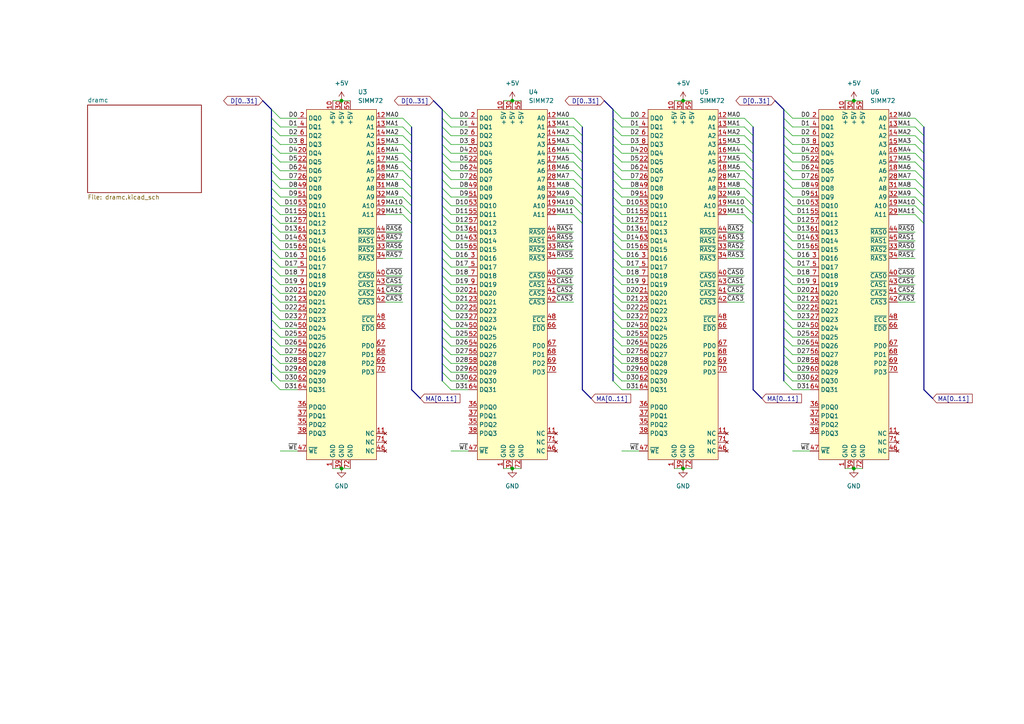
<source format=kicad_sch>
(kicad_sch (version 20231120) (generator "eeschema") (generator_version "8.0")
  (paper "A4")
  (lib_symbols
    (symbol "m68k-hbc-conn:SIMM72"
      (property "Reference" "U" (at 5.08 40.64 0))
      (property "Value" "SIMM72" (at 10.16 38.1 0))
      (symbol "SIMM72_1_1"
        (rectangle (start -10.16 36.83) (end 10.16 -64.77) (fill (type background)))
        (pin power_in line (at -2.54 -67.31 90) (length 2.54) (name "GND") (number "1"))
        (pin power_in line (at -2.54 39.37 270) (length 2.54) (name "+5V") (number "10"))
        (pin no_connect line (at 12.7 -57.15 180) (length 2.54) (name "NC") (number "11"))
        (pin input line (at 12.7 34.29 180) (length 2.54) (name "A0") (number "12"))
        (pin input line (at 12.7 31.75 180) (length 2.54) (name "A1") (number "13"))
        (pin input line (at 12.7 29.21 180) (length 2.54) (name "A2") (number "14"))
        (pin input line (at 12.7 26.67 180) (length 2.54) (name "A3") (number "15"))
        (pin input line (at 12.7 24.13 180) (length 2.54) (name "A4") (number "16"))
        (pin input line (at 12.7 21.59 180) (length 2.54) (name "A5") (number "17"))
        (pin input line (at 12.7 19.05 180) (length 2.54) (name "A6") (number "18"))
        (pin input line (at 12.7 8.89 180) (length 2.54) (name "A10") (number "19"))
        (pin bidirectional line (at -12.7 34.29 0) (length 2.54) (name "DQ0") (number "2"))
        (pin bidirectional line (at -12.7 24.13 0) (length 2.54) (name "DQ4") (number "20"))
        (pin bidirectional line (at -12.7 -16.51 0) (length 2.54) (name "DQ20") (number "21"))
        (pin bidirectional line (at -12.7 21.59 0) (length 2.54) (name "DQ5") (number "22"))
        (pin bidirectional line (at -12.7 -19.05 0) (length 2.54) (name "DQ21") (number "23"))
        (pin bidirectional line (at -12.7 19.05 0) (length 2.54) (name "DQ6") (number "24"))
        (pin bidirectional line (at -12.7 -21.59 0) (length 2.54) (name "DQ22") (number "25"))
        (pin bidirectional line (at -12.7 16.51 0) (length 2.54) (name "DQ7") (number "26"))
        (pin bidirectional line (at -12.7 -24.13 0) (length 2.54) (name "DQ23") (number "27"))
        (pin input line (at 12.7 16.51 180) (length 2.54) (name "A7") (number "28"))
        (pin input line (at 12.7 6.35 180) (length 2.54) (name "A11") (number "29"))
        (pin bidirectional line (at -12.7 -6.35 0) (length 2.54) (name "DQ16") (number "3"))
        (pin power_in line (at 0 39.37 270) (length 2.54) (name "+5V") (number "30"))
        (pin input line (at 12.7 13.97 180) (length 2.54) (name "A8") (number "31"))
        (pin input line (at 12.7 11.43 180) (length 2.54) (name "A9") (number "32"))
        (pin input line (at 12.7 -3.81 180) (length 2.54) (name "~{RAS2}") (number "33"))
        (pin input line (at 12.7 -6.35 180) (length 2.54) (name "~{RAS3}") (number "34"))
        (pin bidirectional line (at -12.7 -54.61 0) (length 2.54) (name "PDQ2") (number "35"))
        (pin bidirectional line (at -12.7 -49.53 0) (length 2.54) (name "PDQ0") (number "36"))
        (pin bidirectional line (at -12.7 -52.07 0) (length 2.54) (name "PDQ1") (number "37"))
        (pin bidirectional line (at -12.7 -57.15 0) (length 2.54) (name "PDQ3") (number "38"))
        (pin power_in line (at 0 -67.31 90) (length 2.54) (name "GND") (number "39"))
        (pin bidirectional line (at -12.7 31.75 0) (length 2.54) (name "DQ1") (number "4"))
        (pin input line (at 12.7 -11.43 180) (length 2.54) (name "~{CAS0}") (number "40"))
        (pin input line (at 12.7 -16.51 180) (length 2.54) (name "~{CAS2}") (number "41"))
        (pin input line (at 12.7 -19.05 180) (length 2.54) (name "~{CAS3}") (number "42"))
        (pin input line (at 12.7 -13.97 180) (length 2.54) (name "~{CAS1}") (number "43"))
        (pin input line (at 12.7 1.27 180) (length 2.54) (name "~{RAS0}") (number "44"))
        (pin input line (at 12.7 -1.27 180) (length 2.54) (name "~{RAS1}") (number "45"))
        (pin no_connect line (at 12.7 -62.23 180) (length 2.54) (name "NC") (number "46"))
        (pin input line (at -12.7 -62.23 0) (length 2.54) (name "~{WE}") (number "47"))
        (pin output line (at 12.7 -24.13 180) (length 2.54) (name "~{ECC}") (number "48"))
        (pin bidirectional line (at -12.7 13.97 0) (length 2.54) (name "DQ8") (number "49"))
        (pin bidirectional line (at -12.7 -8.89 0) (length 2.54) (name "DQ17") (number "5"))
        (pin bidirectional line (at -12.7 -26.67 0) (length 2.54) (name "DQ24") (number "50"))
        (pin bidirectional line (at -12.7 11.43 0) (length 2.54) (name "DQ9") (number "51"))
        (pin bidirectional line (at -12.7 -29.21 0) (length 2.54) (name "DQ25") (number "52"))
        (pin bidirectional line (at -12.7 8.89 0) (length 2.54) (name "DQ10") (number "53"))
        (pin bidirectional line (at -12.7 -31.75 0) (length 2.54) (name "DQ26") (number "54"))
        (pin bidirectional line (at -12.7 6.35 0) (length 2.54) (name "DQ11") (number "55"))
        (pin bidirectional line (at -12.7 -34.29 0) (length 2.54) (name "DQ27") (number "56"))
        (pin bidirectional line (at -12.7 3.81 0) (length 2.54) (name "DQ12") (number "57"))
        (pin bidirectional line (at -12.7 -36.83 0) (length 2.54) (name "DQ28") (number "58"))
        (pin power_in line (at 2.54 39.37 270) (length 2.54) (name "+5V") (number "59"))
        (pin bidirectional line (at -12.7 29.21 0) (length 2.54) (name "DQ2") (number "6"))
        (pin bidirectional line (at -12.7 -39.37 0) (length 2.54) (name "DQ29") (number "60"))
        (pin bidirectional line (at -12.7 1.27 0) (length 2.54) (name "DQ13") (number "61"))
        (pin bidirectional line (at -12.7 -41.91 0) (length 2.54) (name "DQ30") (number "62"))
        (pin bidirectional line (at -12.7 -1.27 0) (length 2.54) (name "DQ14") (number "63"))
        (pin bidirectional line (at -12.7 -44.45 0) (length 2.54) (name "DQ31") (number "64"))
        (pin bidirectional line (at -12.7 -3.81 0) (length 2.54) (name "DQ15") (number "65"))
        (pin output line (at 12.7 -26.67 180) (length 2.54) (name "~{EDO}") (number "66"))
        (pin output line (at 12.7 -31.75 180) (length 2.54) (name "PD0") (number "67"))
        (pin output line (at 12.7 -34.29 180) (length 2.54) (name "PD1") (number "68"))
        (pin output line (at 12.7 -36.83 180) (length 2.54) (name "PD2") (number "69"))
        (pin bidirectional line (at -12.7 -11.43 0) (length 2.54) (name "DQ18") (number "7"))
        (pin output line (at 12.7 -39.37 180) (length 2.54) (name "PD3") (number "70"))
        (pin no_connect line (at 12.7 -59.69 180) (length 2.54) (name "NC") (number "71"))
        (pin power_in line (at 2.54 -67.31 90) (length 2.54) (name "GND") (number "72"))
        (pin bidirectional line (at -12.7 26.67 0) (length 2.54) (name "DQ3") (number "8"))
        (pin bidirectional line (at -12.7 -13.97 0) (length 2.54) (name "DQ19") (number "9"))
      )
    )
    (symbol "power:+5V" (power) (pin_names (offset 0))
      (property "Value" "+5V" (at 0 3.556 0))
      (symbol "+5V_0_1"
        (polyline (pts (xy -0.762 1.27) (xy 0 2.54)))
        (polyline (pts (xy 0 0) (xy 0 2.54)))
        (polyline (pts (xy 0 2.54) (xy 0.762 1.27)))
      )
      (symbol "+5V_1_1"
        (pin power_in line (at 0 0 90) (length 0) hide (name "+5V") (number "1"))
      )
    )
    (symbol "power:GND" (power) (pin_names (offset 0))
      (property "Value" "GND" (at 0 -3.81 0))
      (symbol "GND_0_1"
        (polyline (pts (xy 0 0) (xy 0 -1.27) (xy 1.27 -1.27) (xy 0 -2.54) (xy -1.27 -1.27) (xy 0 -1.27)))
      )
      (symbol "GND_1_1"
        (pin power_in line (at 0 0 270) (length 0) hide (name "GND") (number "1"))
      )
    )
  )
  (junction (at 198.12 135.89))
  (junction (at 99.06 135.89))
  (junction (at 99.06 29.21))
  (junction (at 247.65 29.21))
  (junction (at 198.12 29.21))
  (junction (at 247.65 135.89))
  (junction (at 148.59 29.21))
  (junction (at 148.59 135.89))
  (bus_entry (at 130.81 49.53) (size -2.54 -2.54))
  (bus_entry (at 180.34 72.39) (size -2.54 -2.54))
  (bus_entry (at 81.28 100.33) (size -2.54 -2.54))
  (bus_entry (at 180.34 64.77) (size -2.54 -2.54))
  (bus_entry (at 166.37 57.15) (size 2.54 2.54))
  (bus_entry (at 265.43 49.53) (size 2.54 2.54))
  (bus_entry (at 180.34 80.01) (size -2.54 -2.54))
  (bus_entry (at 180.34 67.31) (size -2.54 -2.54))
  (bus_entry (at 81.28 57.15) (size -2.54 -2.54))
  (bus_entry (at 130.81 34.29) (size -2.54 -2.54))
  (bus_entry (at 166.37 59.69) (size 2.54 2.54))
  (bus_entry (at 215.9 41.91) (size 2.54 2.54))
  (bus_entry (at 130.81 87.63) (size -2.54 -2.54))
  (bus_entry (at 180.34 46.99) (size -2.54 -2.54))
  (bus_entry (at 265.43 54.61) (size 2.54 2.54))
  (bus_entry (at 81.28 87.63) (size -2.54 -2.54))
  (bus_entry (at 116.84 44.45) (size 2.54 2.54))
  (bus_entry (at 229.87 69.85) (size -2.54 -2.54))
  (bus_entry (at 265.43 52.07) (size 2.54 2.54))
  (bus_entry (at 265.43 62.23) (size 2.54 2.54))
  (bus_entry (at 81.28 85.09) (size -2.54 -2.54))
  (bus_entry (at 229.87 49.53) (size -2.54 -2.54))
  (bus_entry (at 265.43 59.69) (size 2.54 2.54))
  (bus_entry (at 229.87 95.25) (size -2.54 -2.54))
  (bus_entry (at 130.81 100.33) (size -2.54 -2.54))
  (bus_entry (at 81.28 39.37) (size -2.54 -2.54))
  (bus_entry (at 229.87 46.99) (size -2.54 -2.54))
  (bus_entry (at 130.81 69.85) (size -2.54 -2.54))
  (bus_entry (at 265.43 39.37) (size 2.54 2.54))
  (bus_entry (at 180.34 102.87) (size -2.54 -2.54))
  (bus_entry (at 229.87 36.83) (size -2.54 -2.54))
  (bus_entry (at 81.28 97.79) (size -2.54 -2.54))
  (bus_entry (at 229.87 62.23) (size -2.54 -2.54))
  (bus_entry (at 166.37 36.83) (size 2.54 2.54))
  (bus_entry (at 81.28 52.07) (size -2.54 -2.54))
  (bus_entry (at 116.84 59.69) (size 2.54 2.54))
  (bus_entry (at 81.28 90.17) (size -2.54 -2.54))
  (bus_entry (at 229.87 87.63) (size -2.54 -2.54))
  (bus_entry (at 116.84 34.29) (size 2.54 2.54))
  (bus_entry (at 81.28 113.03) (size -2.54 -2.54))
  (bus_entry (at 81.28 41.91) (size -2.54 -2.54))
  (bus_entry (at 215.9 62.23) (size 2.54 2.54))
  (bus_entry (at 215.9 59.69) (size 2.54 2.54))
  (bus_entry (at 229.87 54.61) (size -2.54 -2.54))
  (bus_entry (at 130.81 82.55) (size -2.54 -2.54))
  (bus_entry (at 180.34 107.95) (size -2.54 -2.54))
  (bus_entry (at 215.9 34.29) (size 2.54 2.54))
  (bus_entry (at 229.87 77.47) (size -2.54 -2.54))
  (bus_entry (at 229.87 102.87) (size -2.54 -2.54))
  (bus_entry (at 215.9 57.15) (size 2.54 2.54))
  (bus_entry (at 81.28 82.55) (size -2.54 -2.54))
  (bus_entry (at 166.37 34.29) (size 2.54 2.54))
  (bus_entry (at 130.81 64.77) (size -2.54 -2.54))
  (bus_entry (at 130.81 41.91) (size -2.54 -2.54))
  (bus_entry (at 81.28 102.87) (size -2.54 -2.54))
  (bus_entry (at 116.84 52.07) (size 2.54 2.54))
  (bus_entry (at 166.37 44.45) (size 2.54 2.54))
  (bus_entry (at 229.87 85.09) (size -2.54 -2.54))
  (bus_entry (at 180.34 100.33) (size -2.54 -2.54))
  (bus_entry (at 130.81 74.93) (size -2.54 -2.54))
  (bus_entry (at 229.87 90.17) (size -2.54 -2.54))
  (bus_entry (at 81.28 80.01) (size -2.54 -2.54))
  (bus_entry (at 180.34 59.69) (size -2.54 -2.54))
  (bus_entry (at 229.87 110.49) (size -2.54 -2.54))
  (bus_entry (at 229.87 52.07) (size -2.54 -2.54))
  (bus_entry (at 130.81 80.01) (size -2.54 -2.54))
  (bus_entry (at 180.34 82.55) (size -2.54 -2.54))
  (bus_entry (at 180.34 54.61) (size -2.54 -2.54))
  (bus_entry (at 130.81 46.99) (size -2.54 -2.54))
  (bus_entry (at 116.84 39.37) (size 2.54 2.54))
  (bus_entry (at 229.87 64.77) (size -2.54 -2.54))
  (bus_entry (at 180.34 85.09) (size -2.54 -2.54))
  (bus_entry (at 166.37 52.07) (size 2.54 2.54))
  (bus_entry (at 215.9 49.53) (size 2.54 2.54))
  (bus_entry (at 265.43 44.45) (size 2.54 2.54))
  (bus_entry (at 180.34 36.83) (size -2.54 -2.54))
  (bus_entry (at 81.28 49.53) (size -2.54 -2.54))
  (bus_entry (at 180.34 92.71) (size -2.54 -2.54))
  (bus_entry (at 116.84 57.15) (size 2.54 2.54))
  (bus_entry (at 166.37 46.99) (size 2.54 2.54))
  (bus_entry (at 81.28 69.85) (size -2.54 -2.54))
  (bus_entry (at 130.81 92.71) (size -2.54 -2.54))
  (bus_entry (at 229.87 59.69) (size -2.54 -2.54))
  (bus_entry (at 215.9 44.45) (size 2.54 2.54))
  (bus_entry (at 81.28 92.71) (size -2.54 -2.54))
  (bus_entry (at 130.81 105.41) (size -2.54 -2.54))
  (bus_entry (at 81.28 46.99) (size -2.54 -2.54))
  (bus_entry (at 229.87 92.71) (size -2.54 -2.54))
  (bus_entry (at 130.81 90.17) (size -2.54 -2.54))
  (bus_entry (at 229.87 107.95) (size -2.54 -2.54))
  (bus_entry (at 215.9 52.07) (size 2.54 2.54))
  (bus_entry (at 180.34 49.53) (size -2.54 -2.54))
  (bus_entry (at 81.28 107.95) (size -2.54 -2.54))
  (bus_entry (at 265.43 57.15) (size 2.54 2.54))
  (bus_entry (at 265.43 36.83) (size 2.54 2.54))
  (bus_entry (at 180.34 105.41) (size -2.54 -2.54))
  (bus_entry (at 81.28 77.47) (size -2.54 -2.54))
  (bus_entry (at 180.34 62.23) (size -2.54 -2.54))
  (bus_entry (at 229.87 100.33) (size -2.54 -2.54))
  (bus_entry (at 116.84 49.53) (size 2.54 2.54))
  (bus_entry (at 130.81 52.07) (size -2.54 -2.54))
  (bus_entry (at 180.34 69.85) (size -2.54 -2.54))
  (bus_entry (at 229.87 113.03) (size -2.54 -2.54))
  (bus_entry (at 81.28 59.69) (size -2.54 -2.54))
  (bus_entry (at 116.84 36.83) (size 2.54 2.54))
  (bus_entry (at 81.28 62.23) (size -2.54 -2.54))
  (bus_entry (at 130.81 59.69) (size -2.54 -2.54))
  (bus_entry (at 130.81 95.25) (size -2.54 -2.54))
  (bus_entry (at 81.28 74.93) (size -2.54 -2.54))
  (bus_entry (at 130.81 107.95) (size -2.54 -2.54))
  (bus_entry (at 130.81 110.49) (size -2.54 -2.54))
  (bus_entry (at 130.81 44.45) (size -2.54 -2.54))
  (bus_entry (at 130.81 62.23) (size -2.54 -2.54))
  (bus_entry (at 130.81 57.15) (size -2.54 -2.54))
  (bus_entry (at 180.34 95.25) (size -2.54 -2.54))
  (bus_entry (at 215.9 36.83) (size 2.54 2.54))
  (bus_entry (at 229.87 34.29) (size -2.54 -2.54))
  (bus_entry (at 180.34 113.03) (size -2.54 -2.54))
  (bus_entry (at 229.87 39.37) (size -2.54 -2.54))
  (bus_entry (at 215.9 39.37) (size 2.54 2.54))
  (bus_entry (at 130.81 67.31) (size -2.54 -2.54))
  (bus_entry (at 265.43 46.99) (size 2.54 2.54))
  (bus_entry (at 229.87 41.91) (size -2.54 -2.54))
  (bus_entry (at 180.34 74.93) (size -2.54 -2.54))
  (bus_entry (at 116.84 41.91) (size 2.54 2.54))
  (bus_entry (at 130.81 102.87) (size -2.54 -2.54))
  (bus_entry (at 116.84 46.99) (size 2.54 2.54))
  (bus_entry (at 81.28 67.31) (size -2.54 -2.54))
  (bus_entry (at 229.87 74.93) (size -2.54 -2.54))
  (bus_entry (at 166.37 41.91) (size 2.54 2.54))
  (bus_entry (at 81.28 36.83) (size -2.54 -2.54))
  (bus_entry (at 215.9 46.99) (size 2.54 2.54))
  (bus_entry (at 130.81 97.79) (size -2.54 -2.54))
  (bus_entry (at 180.34 44.45) (size -2.54 -2.54))
  (bus_entry (at 166.37 49.53) (size 2.54 2.54))
  (bus_entry (at 81.28 64.77) (size -2.54 -2.54))
  (bus_entry (at 229.87 80.01) (size -2.54 -2.54))
  (bus_entry (at 180.34 77.47) (size -2.54 -2.54))
  (bus_entry (at 130.81 113.03) (size -2.54 -2.54))
  (bus_entry (at 229.87 97.79) (size -2.54 -2.54))
  (bus_entry (at 130.81 85.09) (size -2.54 -2.54))
  (bus_entry (at 229.87 57.15) (size -2.54 -2.54))
  (bus_entry (at 81.28 34.29) (size -2.54 -2.54))
  (bus_entry (at 180.34 57.15) (size -2.54 -2.54))
  (bus_entry (at 215.9 54.61) (size 2.54 2.54))
  (bus_entry (at 265.43 41.91) (size 2.54 2.54))
  (bus_entry (at 229.87 105.41) (size -2.54 -2.54))
  (bus_entry (at 81.28 105.41) (size -2.54 -2.54))
  (bus_entry (at 116.84 54.61) (size 2.54 2.54))
  (bus_entry (at 180.34 52.07) (size -2.54 -2.54))
  (bus_entry (at 180.34 39.37) (size -2.54 -2.54))
  (bus_entry (at 130.81 72.39) (size -2.54 -2.54))
  (bus_entry (at 166.37 62.23) (size 2.54 2.54))
  (bus_entry (at 130.81 36.83) (size -2.54 -2.54))
  (bus_entry (at 180.34 34.29) (size -2.54 -2.54))
  (bus_entry (at 180.34 87.63) (size -2.54 -2.54))
  (bus_entry (at 166.37 54.61) (size 2.54 2.54))
  (bus_entry (at 180.34 97.79) (size -2.54 -2.54))
  (bus_entry (at 180.34 110.49) (size -2.54 -2.54))
  (bus_entry (at 229.87 44.45) (size -2.54 -2.54))
  (bus_entry (at 81.28 110.49) (size -2.54 -2.54))
  (bus_entry (at 229.87 72.39) (size -2.54 -2.54))
  (bus_entry (at 116.84 62.23) (size 2.54 2.54))
  (bus_entry (at 229.87 67.31) (size -2.54 -2.54))
  (bus_entry (at 130.81 39.37) (size -2.54 -2.54))
  (bus_entry (at 81.28 54.61) (size -2.54 -2.54))
  (bus_entry (at 166.37 39.37) (size 2.54 2.54))
  (bus_entry (at 81.28 44.45) (size -2.54 -2.54))
  (bus_entry (at 229.87 82.55) (size -2.54 -2.54))
  (bus_entry (at 81.28 72.39) (size -2.54 -2.54))
  (bus_entry (at 265.43 34.29) (size 2.54 2.54))
  (bus_entry (at 180.34 90.17) (size -2.54 -2.54))
  (bus_entry (at 180.34 41.91) (size -2.54 -2.54))
  (bus_entry (at 130.81 77.47) (size -2.54 -2.54))
  (bus_entry (at 130.81 54.61) (size -2.54 -2.54))
  (bus_entry (at 81.28 95.25) (size -2.54 -2.54))
  (wire (pts (xy 215.9 82.55) (xy 210.82 82.55)))
  (bus (pts (xy 128.27 85.09) (xy 128.27 82.55)))
  (wire (pts (xy 229.87 36.83) (xy 234.95 36.83)))
  (bus (pts (xy 78.74 105.41) (xy 78.74 102.87)))
  (wire (pts (xy 265.43 74.93) (xy 260.35 74.93)))
  (bus (pts (xy 227.33 74.93) (xy 227.33 72.39)))
  (bus (pts (xy 177.8 46.99) (xy 177.8 44.45)))
  (bus (pts (xy 78.74 90.17) (xy 78.74 87.63)))
  (bus (pts (xy 177.8 62.23) (xy 177.8 59.69)))
  (bus (pts (xy 78.74 110.49) (xy 78.74 107.95)))
  (wire (pts (xy 130.81 69.85) (xy 135.89 69.85)))
  (wire (pts (xy 166.37 41.91) (xy 161.29 41.91)))
  (wire (pts (xy 116.84 59.69) (xy 111.76 59.69)))
  (wire (pts (xy 130.81 77.47) (xy 135.89 77.47)))
  (bus (pts (xy 168.91 36.83) (xy 168.91 39.37)))
  (bus (pts (xy 128.27 39.37) (xy 128.27 36.83)))
  (bus (pts (xy 119.38 62.23) (xy 119.38 64.77)))
  (bus (pts (xy 218.44 41.91) (xy 218.44 44.45)))
  (bus (pts (xy 227.33 67.31) (xy 227.33 64.77)))
  (wire (pts (xy 148.59 135.89) (xy 146.05 135.89)))
  (bus (pts (xy 168.91 52.07) (xy 168.91 54.61)))
  (wire (pts (xy 180.34 130.81) (xy 185.42 130.81)))
  (wire (pts (xy 180.34 54.61) (xy 185.42 54.61)))
  (wire (pts (xy 99.06 29.21) (xy 101.6 29.21)))
  (bus (pts (xy 128.27 80.01) (xy 128.27 77.47)))
  (wire (pts (xy 180.34 100.33) (xy 185.42 100.33)))
  (wire (pts (xy 229.87 95.25) (xy 234.95 95.25)))
  (bus (pts (xy 168.91 44.45) (xy 168.91 46.99)))
  (wire (pts (xy 130.81 36.83) (xy 135.89 36.83)))
  (wire (pts (xy 180.34 46.99) (xy 185.42 46.99)))
  (wire (pts (xy 130.81 97.79) (xy 135.89 97.79)))
  (wire (pts (xy 81.28 130.81) (xy 86.36 130.81)))
  (wire (pts (xy 166.37 57.15) (xy 161.29 57.15)))
  (wire (pts (xy 229.87 85.09) (xy 234.95 85.09)))
  (wire (pts (xy 116.84 34.29) (xy 111.76 34.29)))
  (bus (pts (xy 78.74 34.29) (xy 78.74 31.75)))
  (wire (pts (xy 180.34 90.17) (xy 185.42 90.17)))
  (wire (pts (xy 81.28 72.39) (xy 86.36 72.39)))
  (bus (pts (xy 177.8 59.69) (xy 177.8 57.15)))
  (bus (pts (xy 267.97 54.61) (xy 267.97 57.15)))
  (wire (pts (xy 215.9 85.09) (xy 210.82 85.09)))
  (wire (pts (xy 265.43 57.15) (xy 260.35 57.15)))
  (wire (pts (xy 148.59 29.21) (xy 151.13 29.21)))
  (bus (pts (xy 177.8 95.25) (xy 177.8 92.71)))
  (bus (pts (xy 177.8 31.75) (xy 175.26 29.21)))
  (wire (pts (xy 130.81 87.63) (xy 135.89 87.63)))
  (wire (pts (xy 265.43 44.45) (xy 260.35 44.45)))
  (wire (pts (xy 180.34 97.79) (xy 185.42 97.79)))
  (wire (pts (xy 166.37 34.29) (xy 161.29 34.29)))
  (wire (pts (xy 130.81 85.09) (xy 135.89 85.09)))
  (bus (pts (xy 78.74 57.15) (xy 78.74 54.61)))
  (wire (pts (xy 81.28 87.63) (xy 86.36 87.63)))
  (bus (pts (xy 267.97 39.37) (xy 267.97 41.91)))
  (wire (pts (xy 265.43 69.85) (xy 260.35 69.85)))
  (bus (pts (xy 227.33 77.47) (xy 227.33 74.93)))
  (wire (pts (xy 229.87 62.23) (xy 234.95 62.23)))
  (bus (pts (xy 218.44 49.53) (xy 218.44 52.07)))
  (bus (pts (xy 227.33 82.55) (xy 227.33 80.01)))
  (wire (pts (xy 229.87 52.07) (xy 234.95 52.07)))
  (wire (pts (xy 180.34 105.41) (xy 185.42 105.41)))
  (wire (pts (xy 130.81 72.39) (xy 135.89 72.39)))
  (wire (pts (xy 180.34 52.07) (xy 185.42 52.07)))
  (bus (pts (xy 128.27 77.47) (xy 128.27 74.93)))
  (wire (pts (xy 166.37 85.09) (xy 161.29 85.09)))
  (wire (pts (xy 116.84 41.91) (xy 111.76 41.91)))
  (wire (pts (xy 265.43 87.63) (xy 260.35 87.63)))
  (wire (pts (xy 130.81 39.37) (xy 135.89 39.37)))
  (bus (pts (xy 227.33 72.39) (xy 227.33 69.85)))
  (bus (pts (xy 227.33 102.87) (xy 227.33 100.33)))
  (bus (pts (xy 177.8 74.93) (xy 177.8 72.39)))
  (bus (pts (xy 177.8 57.15) (xy 177.8 54.61)))
  (bus (pts (xy 168.91 39.37) (xy 168.91 41.91)))
  (bus (pts (xy 227.33 97.79) (xy 227.33 95.25)))
  (wire (pts (xy 229.87 105.41) (xy 234.95 105.41)))
  (wire (pts (xy 265.43 82.55) (xy 260.35 82.55)))
  (wire (pts (xy 166.37 49.53) (xy 161.29 49.53)))
  (wire (pts (xy 180.34 62.23) (xy 185.42 62.23)))
  (wire (pts (xy 130.81 49.53) (xy 135.89 49.53)))
  (bus (pts (xy 227.33 85.09) (xy 227.33 82.55)))
  (wire (pts (xy 229.87 54.61) (xy 234.95 54.61)))
  (bus (pts (xy 119.38 49.53) (xy 119.38 52.07)))
  (bus (pts (xy 227.33 44.45) (xy 227.33 41.91)))
  (wire (pts (xy 229.87 77.47) (xy 234.95 77.47)))
  (bus (pts (xy 270.51 115.57) (xy 267.97 113.03)))
  (bus (pts (xy 78.74 64.77) (xy 78.74 62.23)))
  (bus (pts (xy 128.27 105.41) (xy 128.27 102.87)))
  (bus (pts (xy 128.27 97.79) (xy 128.27 95.25)))
  (wire (pts (xy 116.84 80.01) (xy 111.76 80.01)))
  (bus (pts (xy 128.27 41.91) (xy 128.27 39.37)))
  (bus (pts (xy 119.38 57.15) (xy 119.38 59.69)))
  (wire (pts (xy 116.84 69.85) (xy 111.76 69.85)))
  (bus (pts (xy 227.33 39.37) (xy 227.33 36.83)))
  (bus (pts (xy 128.27 44.45) (xy 128.27 41.91)))
  (wire (pts (xy 215.9 72.39) (xy 210.82 72.39)))
  (bus (pts (xy 78.74 80.01) (xy 78.74 77.47)))
  (wire (pts (xy 198.12 135.89) (xy 195.58 135.89)))
  (bus (pts (xy 119.38 39.37) (xy 119.38 41.91)))
  (wire (pts (xy 180.34 67.31) (xy 185.42 67.31)))
  (wire (pts (xy 166.37 62.23) (xy 161.29 62.23)))
  (bus (pts (xy 177.8 72.39) (xy 177.8 69.85)))
  (wire (pts (xy 215.9 41.91) (xy 210.82 41.91)))
  (wire (pts (xy 130.81 54.61) (xy 135.89 54.61)))
  (wire (pts (xy 215.9 67.31) (xy 210.82 67.31)))
  (wire (pts (xy 265.43 62.23) (xy 260.35 62.23)))
  (bus (pts (xy 218.44 44.45) (xy 218.44 46.99)))
  (bus (pts (xy 177.8 82.55) (xy 177.8 80.01)))
  (wire (pts (xy 130.81 113.03) (xy 135.89 113.03)))
  (wire (pts (xy 229.87 34.29) (xy 234.95 34.29)))
  (bus (pts (xy 78.74 69.85) (xy 78.74 67.31)))
  (wire (pts (xy 229.87 110.49) (xy 234.95 110.49)))
  (bus (pts (xy 227.33 95.25) (xy 227.33 92.71)))
  (wire (pts (xy 229.87 92.71) (xy 234.95 92.71)))
  (bus (pts (xy 119.38 41.91) (xy 119.38 44.45)))
  (bus (pts (xy 227.33 41.91) (xy 227.33 39.37)))
  (wire (pts (xy 215.9 49.53) (xy 210.82 49.53)))
  (bus (pts (xy 128.27 69.85) (xy 128.27 67.31)))
  (wire (pts (xy 265.43 36.83) (xy 260.35 36.83)))
  (bus (pts (xy 78.74 82.55) (xy 78.74 80.01)))
  (wire (pts (xy 130.81 107.95) (xy 135.89 107.95)))
  (wire (pts (xy 265.43 80.01) (xy 260.35 80.01)))
  (wire (pts (xy 130.81 82.55) (xy 135.89 82.55)))
  (bus (pts (xy 227.33 64.77) (xy 227.33 62.23)))
  (bus (pts (xy 121.92 115.57) (xy 119.38 113.03)))
  (wire (pts (xy 265.43 72.39) (xy 260.35 72.39)))
  (bus (pts (xy 227.33 31.75) (xy 224.79 29.21)))
  (wire (pts (xy 229.87 90.17) (xy 234.95 90.17)))
  (bus (pts (xy 78.74 46.99) (xy 78.74 44.45)))
  (wire (pts (xy 81.28 77.47) (xy 86.36 77.47)))
  (wire (pts (xy 130.81 102.87) (xy 135.89 102.87)))
  (wire (pts (xy 81.28 92.71) (xy 86.36 92.71)))
  (wire (pts (xy 81.28 49.53) (xy 86.36 49.53)))
  (bus (pts (xy 128.27 72.39) (xy 128.27 69.85)))
  (bus (pts (xy 267.97 52.07) (xy 267.97 54.61)))
  (wire (pts (xy 180.34 39.37) (xy 185.42 39.37)))
  (bus (pts (xy 119.38 64.77) (xy 119.38 113.03)))
  (bus (pts (xy 128.27 62.23) (xy 128.27 59.69)))
  (bus (pts (xy 128.27 82.55) (xy 128.27 80.01)))
  (wire (pts (xy 198.12 29.21) (xy 200.66 29.21)))
  (wire (pts (xy 81.28 39.37) (xy 86.36 39.37)))
  (bus (pts (xy 171.45 115.57) (xy 168.91 113.03)))
  (wire (pts (xy 215.9 69.85) (xy 210.82 69.85)))
  (bus (pts (xy 227.33 87.63) (xy 227.33 85.09)))
  (wire (pts (xy 116.84 52.07) (xy 111.76 52.07)))
  (wire (pts (xy 116.84 49.53) (xy 111.76 49.53)))
  (wire (pts (xy 166.37 39.37) (xy 161.29 39.37)))
  (bus (pts (xy 227.33 57.15) (xy 227.33 54.61)))
  (wire (pts (xy 81.28 34.29) (xy 86.36 34.29)))
  (wire (pts (xy 180.34 102.87) (xy 185.42 102.87)))
  (wire (pts (xy 180.34 34.29) (xy 185.42 34.29)))
  (wire (pts (xy 130.81 74.93) (xy 135.89 74.93)))
  (wire (pts (xy 180.34 80.01) (xy 185.42 80.01)))
  (wire (pts (xy 229.87 82.55) (xy 234.95 82.55)))
  (bus (pts (xy 78.74 36.83) (xy 78.74 34.29)))
  (wire (pts (xy 116.84 72.39) (xy 111.76 72.39)))
  (bus (pts (xy 267.97 41.91) (xy 267.97 44.45)))
  (bus (pts (xy 78.74 72.39) (xy 78.74 69.85)))
  (wire (pts (xy 130.81 34.29) (xy 135.89 34.29)))
  (bus (pts (xy 78.74 74.93) (xy 78.74 72.39)))
  (bus (pts (xy 128.27 67.31) (xy 128.27 64.77)))
  (wire (pts (xy 229.87 102.87) (xy 234.95 102.87)))
  (bus (pts (xy 227.33 80.01) (xy 227.33 77.47)))
  (wire (pts (xy 81.28 90.17) (xy 86.36 90.17)))
  (wire (pts (xy 180.34 74.93) (xy 185.42 74.93)))
  (wire (pts (xy 166.37 80.01) (xy 161.29 80.01)))
  (wire (pts (xy 180.34 85.09) (xy 185.42 85.09)))
  (wire (pts (xy 166.37 52.07) (xy 161.29 52.07)))
  (wire (pts (xy 130.81 100.33) (xy 135.89 100.33)))
  (wire (pts (xy 130.81 80.01) (xy 135.89 80.01)))
  (wire (pts (xy 180.34 44.45) (xy 185.42 44.45)))
  (wire (pts (xy 180.34 107.95) (xy 185.42 107.95)))
  (wire (pts (xy 180.34 49.53) (xy 185.42 49.53)))
  (wire (pts (xy 229.87 72.39) (xy 234.95 72.39)))
  (wire (pts (xy 215.9 54.61) (xy 210.82 54.61)))
  (wire (pts (xy 215.9 57.15) (xy 210.82 57.15)))
  (wire (pts (xy 116.84 39.37) (xy 111.76 39.37)))
  (wire (pts (xy 166.37 54.61) (xy 161.29 54.61)))
  (wire (pts (xy 130.81 110.49) (xy 135.89 110.49)))
  (wire (pts (xy 81.28 69.85) (xy 86.36 69.85)))
  (bus (pts (xy 177.8 44.45) (xy 177.8 41.91)))
  (wire (pts (xy 81.28 57.15) (xy 86.36 57.15)))
  (wire (pts (xy 198.12 135.89) (xy 200.66 135.89)))
  (wire (pts (xy 130.81 62.23) (xy 135.89 62.23)))
  (bus (pts (xy 168.91 62.23) (xy 168.91 64.77)))
  (bus (pts (xy 78.74 92.71) (xy 78.74 90.17)))
  (bus (pts (xy 78.74 31.75) (xy 76.2 29.21)))
  (bus (pts (xy 128.27 90.17) (xy 128.27 87.63)))
  (wire (pts (xy 116.84 82.55) (xy 111.76 82.55)))
  (bus (pts (xy 168.91 57.15) (xy 168.91 59.69)))
  (wire (pts (xy 247.65 135.89) (xy 245.11 135.89)))
  (bus (pts (xy 218.44 57.15) (xy 218.44 59.69)))
  (wire (pts (xy 229.87 39.37) (xy 234.95 39.37)))
  (wire (pts (xy 130.81 57.15) (xy 135.89 57.15)))
  (wire (pts (xy 180.34 77.47) (xy 185.42 77.47)))
  (bus (pts (xy 78.74 41.91) (xy 78.74 39.37)))
  (bus (pts (xy 227.33 90.17) (xy 227.33 87.63)))
  (bus (pts (xy 218.44 59.69) (xy 218.44 62.23)))
  (wire (pts (xy 81.28 100.33) (xy 86.36 100.33)))
  (wire (pts (xy 81.28 110.49) (xy 86.36 110.49)))
  (bus (pts (xy 227.33 69.85) (xy 227.33 67.31)))
  (bus (pts (xy 227.33 100.33) (xy 227.33 97.79)))
  (bus (pts (xy 128.27 64.77) (xy 128.27 62.23)))
  (wire (pts (xy 130.81 52.07) (xy 135.89 52.07)))
  (wire (pts (xy 229.87 97.79) (xy 234.95 97.79)))
  (bus (pts (xy 78.74 39.37) (xy 78.74 36.83)))
  (bus (pts (xy 218.44 46.99) (xy 218.44 49.53)))
  (bus (pts (xy 177.8 77.47) (xy 177.8 74.93)))
  (wire (pts (xy 148.59 135.89) (xy 151.13 135.89)))
  (wire (pts (xy 180.34 69.85) (xy 185.42 69.85)))
  (wire (pts (xy 81.28 36.83) (xy 86.36 36.83)))
  (wire (pts (xy 215.9 59.69) (xy 210.82 59.69)))
  (wire (pts (xy 180.34 59.69) (xy 185.42 59.69)))
  (bus (pts (xy 128.27 34.29) (xy 128.27 31.75)))
  (bus (pts (xy 78.74 102.87) (xy 78.74 100.33)))
  (wire (pts (xy 166.37 69.85) (xy 161.29 69.85)))
  (wire (pts (xy 180.34 113.03) (xy 185.42 113.03)))
  (wire (pts (xy 245.11 29.21) (xy 247.65 29.21)))
  (bus (pts (xy 168.91 54.61) (xy 168.91 57.15)))
  (wire (pts (xy 116.84 36.83) (xy 111.76 36.83)))
  (wire (pts (xy 116.84 87.63) (xy 111.76 87.63)))
  (bus (pts (xy 78.74 107.95) (xy 78.74 105.41)))
  (bus (pts (xy 227.33 52.07) (xy 227.33 49.53)))
  (wire (pts (xy 229.87 130.81) (xy 234.95 130.81)))
  (wire (pts (xy 99.06 135.89) (xy 96.52 135.89)))
  (bus (pts (xy 227.33 105.41) (xy 227.33 102.87)))
  (bus (pts (xy 267.97 36.83) (xy 267.97 39.37)))
  (bus (pts (xy 227.33 92.71) (xy 227.33 90.17)))
  (wire (pts (xy 130.81 64.77) (xy 135.89 64.77)))
  (wire (pts (xy 81.28 85.09) (xy 86.36 85.09)))
  (wire (pts (xy 166.37 82.55) (xy 161.29 82.55)))
  (wire (pts (xy 215.9 39.37) (xy 210.82 39.37)))
  (bus (pts (xy 119.38 36.83) (xy 119.38 39.37)))
  (wire (pts (xy 265.43 59.69) (xy 260.35 59.69)))
  (bus (pts (xy 267.97 64.77) (xy 267.97 113.03)))
  (wire (pts (xy 265.43 41.91) (xy 260.35 41.91)))
  (wire (pts (xy 180.34 72.39) (xy 185.42 72.39)))
  (bus (pts (xy 267.97 59.69) (xy 267.97 62.23)))
  (wire (pts (xy 215.9 44.45) (xy 210.82 44.45)))
  (bus (pts (xy 177.8 102.87) (xy 177.8 100.33)))
  (bus (pts (xy 78.74 87.63) (xy 78.74 85.09)))
  (wire (pts (xy 247.65 135.89) (xy 250.19 135.89)))
  (wire (pts (xy 215.9 80.01) (xy 210.82 80.01)))
  (wire (pts (xy 130.81 59.69) (xy 135.89 59.69)))
  (bus (pts (xy 128.27 110.49) (xy 128.27 107.95)))
  (bus (pts (xy 220.98 115.57) (xy 218.44 113.03)))
  (wire (pts (xy 116.84 74.93) (xy 111.76 74.93)))
  (wire (pts (xy 229.87 64.77) (xy 234.95 64.77)))
  (wire (pts (xy 229.87 49.53) (xy 234.95 49.53)))
  (wire (pts (xy 195.58 29.21) (xy 198.12 29.21)))
  (bus (pts (xy 128.27 46.99) (xy 128.27 44.45)))
  (wire (pts (xy 166.37 44.45) (xy 161.29 44.45)))
  (wire (pts (xy 229.87 113.03) (xy 234.95 113.03)))
  (wire (pts (xy 146.05 29.21) (xy 148.59 29.21)))
  (wire (pts (xy 229.87 100.33) (xy 234.95 100.33)))
  (bus (pts (xy 227.33 54.61) (xy 227.33 52.07)))
  (bus (pts (xy 78.74 77.47) (xy 78.74 74.93)))
  (wire (pts (xy 81.28 102.87) (xy 86.36 102.87)))
  (wire (pts (xy 166.37 74.93) (xy 161.29 74.93)))
  (bus (pts (xy 177.8 85.09) (xy 177.8 82.55)))
  (wire (pts (xy 81.28 95.25) (xy 86.36 95.25)))
  (wire (pts (xy 229.87 44.45) (xy 234.95 44.45)))
  (bus (pts (xy 128.27 36.83) (xy 128.27 34.29)))
  (wire (pts (xy 130.81 92.71) (xy 135.89 92.71)))
  (bus (pts (xy 128.27 107.95) (xy 128.27 105.41)))
  (wire (pts (xy 130.81 46.99) (xy 135.89 46.99)))
  (bus (pts (xy 218.44 52.07) (xy 218.44 54.61)))
  (bus (pts (xy 168.91 59.69) (xy 168.91 62.23)))
  (wire (pts (xy 229.87 41.91) (xy 234.95 41.91)))
  (bus (pts (xy 78.74 67.31) (xy 78.74 64.77)))
  (bus (pts (xy 177.8 87.63) (xy 177.8 85.09)))
  (bus (pts (xy 177.8 97.79) (xy 177.8 95.25)))
  (wire (pts (xy 166.37 36.83) (xy 161.29 36.83)))
  (wire (pts (xy 166.37 46.99) (xy 161.29 46.99)))
  (wire (pts (xy 180.34 57.15) (xy 185.42 57.15)))
  (wire (pts (xy 81.28 105.41) (xy 86.36 105.41)))
  (wire (pts (xy 215.9 62.23) (xy 210.82 62.23)))
  (bus (pts (xy 227.33 34.29) (xy 227.33 31.75)))
  (bus (pts (xy 227.33 46.99) (xy 227.33 44.45)))
  (bus (pts (xy 218.44 39.37) (xy 218.44 41.91)))
  (wire (pts (xy 116.84 57.15) (xy 111.76 57.15)))
  (bus (pts (xy 128.27 92.71) (xy 128.27 90.17)))
  (bus (pts (xy 267.97 44.45) (xy 267.97 46.99)))
  (wire (pts (xy 180.34 82.55) (xy 185.42 82.55)))
  (bus (pts (xy 128.27 59.69) (xy 128.27 57.15)))
  (bus (pts (xy 227.33 62.23) (xy 227.33 59.69)))
  (bus (pts (xy 218.44 54.61) (xy 218.44 57.15)))
  (bus (pts (xy 119.38 52.07) (xy 119.38 54.61)))
  (bus (pts (xy 78.74 54.61) (xy 78.74 52.07)))
  (wire (pts (xy 215.9 87.63) (xy 210.82 87.63)))
  (wire (pts (xy 215.9 74.93) (xy 210.82 74.93)))
  (wire (pts (xy 180.34 64.77) (xy 185.42 64.77)))
  (wire (pts (xy 265.43 49.53) (xy 260.35 49.53)))
  (wire (pts (xy 96.52 29.21) (xy 99.06 29.21)))
  (wire (pts (xy 166.37 67.31) (xy 161.29 67.31)))
  (bus (pts (xy 177.8 90.17) (xy 177.8 87.63)))
  (bus (pts (xy 128.27 100.33) (xy 128.27 97.79)))
  (bus (pts (xy 128.27 31.75) (xy 125.73 29.21)))
  (bus (pts (xy 78.74 100.33) (xy 78.74 97.79)))
  (wire (pts (xy 215.9 46.99) (xy 210.82 46.99)))
  (bus (pts (xy 78.74 85.09) (xy 78.74 82.55)))
  (bus (pts (xy 78.74 44.45) (xy 78.74 41.91)))
  (bus (pts (xy 227.33 107.95) (xy 227.33 105.41)))
  (bus (pts (xy 227.33 59.69) (xy 227.33 57.15)))
  (bus (pts (xy 177.8 36.83) (xy 177.8 34.29)))
  (wire (pts (xy 81.28 44.45) (xy 86.36 44.45)))
  (bus (pts (xy 128.27 49.53) (xy 128.27 46.99)))
  (wire (pts (xy 180.34 95.25) (xy 185.42 95.25)))
  (bus (pts (xy 177.8 41.91) (xy 177.8 39.37)))
  (bus (pts (xy 78.74 62.23) (xy 78.74 59.69)))
  (bus (pts (xy 128.27 74.93) (xy 128.27 72.39)))
  (wire (pts (xy 81.28 52.07) (xy 86.36 52.07)))
  (bus (pts (xy 227.33 49.53) (xy 227.33 46.99)))
  (bus (pts (xy 218.44 64.77) (xy 218.44 113.03)))
  (wire (pts (xy 229.87 87.63) (xy 234.95 87.63)))
  (bus (pts (xy 168.91 49.53) (xy 168.91 52.07)))
  (wire (pts (xy 130.81 41.91) (xy 135.89 41.91)))
  (bus (pts (xy 177.8 100.33) (xy 177.8 97.79)))
  (bus (pts (xy 267.97 46.99) (xy 267.97 49.53)))
  (wire (pts (xy 265.43 39.37) (xy 260.35 39.37)))
  (wire (pts (xy 247.65 29.21) (xy 250.19 29.21)))
  (wire (pts (xy 81.28 80.01) (xy 86.36 80.01)))
  (bus (pts (xy 128.27 52.07) (xy 128.27 49.53)))
  (wire (pts (xy 215.9 34.29) (xy 210.82 34.29)))
  (wire (pts (xy 166.37 59.69) (xy 161.29 59.69)))
  (wire (pts (xy 215.9 36.83) (xy 210.82 36.83)))
  (wire (pts (xy 81.28 62.23) (xy 86.36 62.23)))
  (bus (pts (xy 177.8 67.31) (xy 177.8 64.77)))
  (wire (pts (xy 265.43 54.61) (xy 260.35 54.61)))
  (wire (pts (xy 229.87 57.15) (xy 234.95 57.15)))
  (bus (pts (xy 227.33 36.83) (xy 227.33 34.29)))
  (wire (pts (xy 81.28 74.93) (xy 86.36 74.93)))
  (wire (pts (xy 81.28 107.95) (xy 86.36 107.95)))
  (bus (pts (xy 78.74 95.25) (xy 78.74 92.71)))
  (bus (pts (xy 128.27 54.61) (xy 128.27 52.07)))
  (bus (pts (xy 177.8 52.07) (xy 177.8 49.53)))
  (bus (pts (xy 177.8 92.71) (xy 177.8 90.17)))
  (wire (pts (xy 81.28 59.69) (xy 86.36 59.69)))
  (wire (pts (xy 265.43 67.31) (xy 260.35 67.31)))
  (wire (pts (xy 130.81 44.45) (xy 135.89 44.45)))
  (wire (pts (xy 116.84 46.99) (xy 111.76 46.99)))
  (wire (pts (xy 229.87 74.93) (xy 234.95 74.93)))
  (wire (pts (xy 215.9 52.07) (xy 210.82 52.07)))
  (bus (pts (xy 177.8 54.61) (xy 177.8 52.07)))
  (wire (pts (xy 229.87 59.69) (xy 234.95 59.69)))
  (wire (pts (xy 81.28 97.79) (xy 86.36 97.79)))
  (bus (pts (xy 177.8 39.37) (xy 177.8 36.83)))
  (bus (pts (xy 177.8 110.49) (xy 177.8 107.95)))
  (wire (pts (xy 180.34 87.63) (xy 185.42 87.63)))
  (wire (pts (xy 265.43 85.09) (xy 260.35 85.09)))
  (bus (pts (xy 168.91 41.91) (xy 168.91 44.45)))
  (wire (pts (xy 229.87 46.99) (xy 234.95 46.99)))
  (bus (pts (xy 177.8 69.85) (xy 177.8 67.31)))
  (wire (pts (xy 116.84 85.09) (xy 111.76 85.09)))
  (bus (pts (xy 267.97 49.53) (xy 267.97 52.07)))
  (bus (pts (xy 177.8 49.53) (xy 177.8 46.99)))
  (bus (pts (xy 128.27 102.87) (xy 128.27 100.33)))
  (bus (pts (xy 168.91 46.99) (xy 168.91 49.53)))
  (bus (pts (xy 177.8 80.01) (xy 177.8 77.47)))
  (wire (pts (xy 229.87 67.31) (xy 234.95 67.31)))
  (wire (pts (xy 116.84 67.31) (xy 111.76 67.31)))
  (wire (pts (xy 81.28 67.31) (xy 86.36 67.31)))
  (bus (pts (xy 119.38 46.99) (xy 119.38 49.53)))
  (wire (pts (xy 130.81 105.41) (xy 135.89 105.41)))
  (bus (pts (xy 128.27 87.63) (xy 128.27 85.09)))
  (bus (pts (xy 78.74 97.79) (xy 78.74 95.25)))
  (bus (pts (xy 218.44 36.83) (xy 218.44 39.37)))
  (bus (pts (xy 128.27 95.25) (xy 128.27 92.71)))
  (wire (pts (xy 99.06 135.89) (xy 101.6 135.89)))
  (wire (pts (xy 166.37 72.39) (xy 161.29 72.39)))
  (wire (pts (xy 81.28 41.91) (xy 86.36 41.91)))
  (wire (pts (xy 265.43 46.99) (xy 260.35 46.99)))
  (wire (pts (xy 180.34 110.49) (xy 185.42 110.49)))
  (wire (pts (xy 265.43 52.07) (xy 260.35 52.07)))
  (bus (pts (xy 177.8 107.95) (xy 177.8 105.41)))
  (bus (pts (xy 267.97 62.23) (xy 267.97 64.77)))
  (bus (pts (xy 267.97 57.15) (xy 267.97 59.69)))
  (wire (pts (xy 265.43 34.29) (xy 260.35 34.29)))
  (wire (pts (xy 81.28 113.03) (xy 86.36 113.03)))
  (wire (pts (xy 130.81 130.81) (xy 135.89 130.81)))
  (wire (pts (xy 130.81 95.25) (xy 135.89 95.25)))
  (wire (pts (xy 229.87 80.01) (xy 234.95 80.01)))
  (wire (pts (xy 180.34 41.91) (xy 185.42 41.91)))
  (wire (pts (xy 130.81 67.31) (xy 135.89 67.31)))
  (bus (pts (xy 78.74 52.07) (xy 78.74 49.53)))
  (wire (pts (xy 229.87 69.85) (xy 234.95 69.85)))
  (bus (pts (xy 168.91 64.77) (xy 168.91 113.03)))
  (wire (pts (xy 81.28 46.99) (xy 86.36 46.99)))
  (wire (pts (xy 180.34 36.83) (xy 185.42 36.83)))
  (wire (pts (xy 166.37 87.63) (xy 161.29 87.63)))
  (wire (pts (xy 116.84 44.45) (xy 111.76 44.45)))
  (bus (pts (xy 78.74 59.69) (xy 78.74 57.15)))
  (bus (pts (xy 218.44 62.23) (xy 218.44 64.77)))
  (bus (pts (xy 119.38 44.45) (xy 119.38 46.99)))
  (wire (pts (xy 81.28 64.77) (xy 86.36 64.77)))
  (bus (pts (xy 177.8 34.29) (xy 177.8 31.75)))
  (bus (pts (xy 128.27 57.15) (xy 128.27 54.61)))
  (wire (pts (xy 130.81 90.17) (xy 135.89 90.17)))
  (bus (pts (xy 177.8 64.77) (xy 177.8 62.23)))
  (wire (pts (xy 116.84 54.61) (xy 111.76 54.61)))
  (wire (pts (xy 229.87 107.95) (xy 234.95 107.95)))
  (bus (pts (xy 119.38 59.69) (xy 119.38 62.23)))
  (bus (pts (xy 227.33 110.49) (xy 227.33 107.95)))
  (wire (pts (xy 116.84 62.23) (xy 111.76 62.23)))
  (wire (pts (xy 180.34 92.71) (xy 185.42 92.71)))
  (bus (pts (xy 78.74 49.53) (xy 78.74 46.99)))
  (wire (pts (xy 81.28 54.61) (xy 86.36 54.61)))
  (wire (pts (xy 81.28 82.55) (xy 86.36 82.55)))
  (bus (pts (xy 119.38 54.61) (xy 119.38 57.15)))
  (bus (pts (xy 177.8 105.41) (xy 177.8 102.87)))
  (label "D28" (at 86.36 105.41 180))
  (label "~{CAS2}" (at 111.76 85.09 0))
  (label "D29" (at 135.89 107.95 180))
  (label "D22" (at 185.42 90.17 180))
  (label "D6" (at 135.89 49.53 180))
  (label "~{CAS0}" (at 111.76 80.01 0))
  (label "D19" (at 185.42 82.55 180))
  (label "~{RAS7}" (at 111.76 74.93 0))
  (label "~{RAS3}" (at 210.82 74.93 0))
  (label "D16" (at 185.42 74.93 180))
  (label "MA8" (at 260.35 54.61 0))
  (label "~{RAS0}" (at 260.35 72.39 0))
  (label "~{WE}" (at 185.42 130.81 180))
  (label "D21" (at 135.89 87.63 180))
  (label "D18" (at 234.95 80.01 180))
  (label "MA0" (at 161.29 34.29 0))
  (label "D17" (at 135.89 77.47 180))
  (label "D9" (at 135.89 57.15 180))
  (label "MA0" (at 210.82 34.29 0))
  (label "D28" (at 135.89 105.41 180))
  (label "D21" (at 86.36 87.63 180))
  (label "MA11" (at 260.35 62.23 0))
  (label "D21" (at 234.95 87.63 180))
  (label "MA11" (at 111.76 62.23 0))
  (label "D23" (at 135.89 92.71 180))
  (label "D31" (at 86.36 113.03 180))
  (label "D29" (at 86.36 107.95 180))
  (label "D17" (at 86.36 77.47 180))
  (label "D30" (at 135.89 110.49 180))
  (label "D13" (at 86.36 67.31 180))
  (label "D28" (at 234.95 105.41 180))
  (label "~{CAS2}" (at 161.29 85.09 0))
  (label "MA3" (at 210.82 41.91 0))
  (label "D10" (at 234.95 59.69 180))
  (label "MA1" (at 260.35 36.83 0))
  (label "D12" (at 86.36 64.77 180))
  (label "D3" (at 135.89 41.91 180))
  (label "D20" (at 86.36 85.09 180))
  (label "~{RAS2}" (at 210.82 72.39 0))
  (label "MA0" (at 260.35 34.29 0))
  (label "MA10" (at 210.82 59.69 0))
  (label "~{CAS2}" (at 210.82 85.09 0))
  (label "D11" (at 185.42 62.23 180))
  (label "D14" (at 234.95 69.85 180))
  (label "D13" (at 135.89 67.31 180))
  (label "D23" (at 185.42 92.71 180))
  (label "MA11" (at 161.29 62.23 0))
  (label "D20" (at 135.89 85.09 180))
  (label "D16" (at 135.89 74.93 180))
  (label "D8" (at 135.89 54.61 180))
  (label "D22" (at 86.36 90.17 180))
  (label "MA3" (at 161.29 41.91 0))
  (label "D3" (at 185.42 41.91 180))
  (label "MA4" (at 210.82 44.45 0))
  (label "~{RAS6}" (at 111.76 67.31 0))
  (label "MA7" (at 210.82 52.07 0))
  (label "D5" (at 135.89 46.99 180))
  (label "D5" (at 234.95 46.99 180))
  (label "D31" (at 185.42 113.03 180))
  (label "D4" (at 234.95 44.45 180))
  (label "D8" (at 234.95 54.61 180))
  (label "D26" (at 185.42 100.33 180))
  (label "~{CAS2}" (at 260.35 85.09 0))
  (label "MA5" (at 111.76 46.99 0))
  (label "D14" (at 135.89 69.85 180))
  (label "MA8" (at 161.29 54.61 0))
  (label "D17" (at 234.95 77.47 180))
  (label "D11" (at 135.89 62.23 180))
  (label "D12" (at 234.95 64.77 180))
  (label "D5" (at 86.36 46.99 180))
  (label "D16" (at 86.36 74.93 180))
  (label "D3" (at 234.95 41.91 180))
  (label "D12" (at 185.42 64.77 180))
  (label "D17" (at 185.42 77.47 180))
  (label "~{CAS1}" (at 161.29 82.55 0))
  (label "D0" (at 86.36 34.29 180))
  (label "~{CAS0}" (at 161.29 80.01 0))
  (label "D1" (at 86.36 36.83 180))
  (label "~{CAS0}" (at 260.35 80.01 0))
  (label "D19" (at 234.95 82.55 180))
  (label "D11" (at 234.95 62.23 180))
  (label "D14" (at 86.36 69.85 180))
  (label "MA7" (at 111.76 52.07 0))
  (label "MA2" (at 210.82 39.37 0))
  (label "MA1" (at 111.76 36.83 0))
  (label "D22" (at 135.89 90.17 180))
  (label "D26" (at 234.95 100.33 180))
  (label "MA7" (at 260.35 52.07 0))
  (label "~{CAS1}" (at 210.82 82.55 0))
  (label "D7" (at 185.42 52.07 180))
  (label "~{RAS2}" (at 210.82 67.31 0))
  (label "D7" (at 234.95 52.07 180))
  (label "D24" (at 234.95 95.25 180))
  (label "MA8" (at 111.76 54.61 0))
  (label "D26" (at 86.36 100.33 180))
  (label "D2" (at 234.95 39.37 180))
  (label "D10" (at 86.36 59.69 180))
  (label "~{RAS5}" (at 161.29 74.93 0))
  (label "D24" (at 86.36 95.25 180))
  (label "MA6" (at 161.29 49.53 0))
  (label "MA2" (at 111.76 39.37 0))
  (label "D10" (at 135.89 59.69 180))
  (label "MA10" (at 260.35 59.69 0))
  (label "D27" (at 185.42 102.87 180))
  (label "D8" (at 86.36 54.61 180))
  (label "D15" (at 135.89 72.39 180))
  (label "D15" (at 234.95 72.39 180))
  (label "MA10" (at 111.76 59.69 0))
  (label "D7" (at 86.36 52.07 180))
  (label "~{RAS1}" (at 260.35 74.93 0))
  (label "D0" (at 234.95 34.29 180))
  (label "D6" (at 234.95 49.53 180))
  (label "D31" (at 234.95 113.03 180))
  (label "D28" (at 185.42 105.41 180))
  (label "MA11" (at 210.82 62.23 0))
  (label "D20" (at 185.42 85.09 180))
  (label "D4" (at 185.42 44.45 180))
  (label "MA8" (at 210.82 54.61 0))
  (label "D25" (at 86.36 97.79 180))
  (label "MA2" (at 161.29 39.37 0))
  (label "D14" (at 185.42 69.85 180))
  (label "~{WE}" (at 135.89 130.81 180))
  (label "MA6" (at 260.35 49.53 0))
  (label "D16" (at 234.95 74.93 180))
  (label "MA7" (at 161.29 52.07 0))
  (label "D29" (at 185.42 107.95 180))
  (label "MA6" (at 210.82 49.53 0))
  (label "D20" (at 234.95 85.09 180))
  (label "~{RAS3}" (at 210.82 69.85 0))
  (label "~{RAS7}" (at 111.76 69.85 0))
  (label "D2" (at 86.36 39.37 180))
  (label "MA1" (at 161.29 36.83 0))
  (label "D13" (at 185.42 67.31 180))
  (label "MA1" (at 210.82 36.83 0))
  (label "D25" (at 185.42 97.79 180))
  (label "D0" (at 185.42 34.29 180))
  (label "D4" (at 135.89 44.45 180))
  (label "D27" (at 135.89 102.87 180))
  (label "D18" (at 86.36 80.01 180))
  (label "D9" (at 234.95 57.15 180))
  (label "~{RAS0}" (at 260.35 67.31 0))
  (label "~{WE}" (at 86.36 130.81 180))
  (label "MA9" (at 111.76 57.15 0))
  (label "D18" (at 185.42 80.01 180))
  (label "D15" (at 185.42 72.39 180))
  (label "~{WE}" (at 234.95 130.81 180))
  (label "D27" (at 234.95 102.87 180))
  (label "~{CAS3}" (at 161.29 87.63 0))
  (label "D9" (at 86.36 57.15 180))
  (label "~{CAS1}" (at 260.35 82.55 0))
  (label "D25" (at 135.89 97.79 180))
  (label "~{CAS0}" (at 210.82 80.01 0))
  (label "D6" (at 86.36 49.53 180))
  (label "MA4" (at 260.35 44.45 0))
  (label "MA6" (at 111.76 49.53 0))
  (label "D19" (at 135.89 82.55 180))
  (label "D15" (at 86.36 72.39 180))
  (label "MA9" (at 161.29 57.15 0))
  (label "D9" (at 185.42 57.15 180))
  (label "D2" (at 185.42 39.37 180))
  (label "~{CAS3}" (at 260.35 87.63 0))
  (label "MA5" (at 161.29 46.99 0))
  (label "D19" (at 86.36 82.55 180))
  (label "D30" (at 185.42 110.49 180))
  (label "D2" (at 135.89 39.37 180))
  (label "D31" (at 135.89 113.03 180))
  (label "D26" (at 135.89 100.33 180))
  (label "D5" (at 185.42 46.99 180))
  (label "D29" (at 234.95 107.95 180))
  (label "D12" (at 135.89 64.77 180))
  (label "D6" (at 185.42 49.53 180))
  (label "MA3" (at 260.35 41.91 0))
  (label "~{RAS1}" (at 260.35 69.85 0))
  (label "D30" (at 234.95 110.49 180))
  (label "MA5" (at 260.35 46.99 0))
  (label "D24" (at 135.89 95.25 180))
  (label "D21" (at 185.42 87.63 180))
  (label "~{CAS1}" (at 111.76 82.55 0))
  (label "D18" (at 135.89 80.01 180))
  (label "D23" (at 86.36 92.71 180))
  (label "~{CAS3}" (at 111.76 87.63 0))
  (label "~{RAS4}" (at 161.29 72.39 0))
  (label "D10" (at 185.42 59.69 180))
  (label "D1" (at 135.89 36.83 180))
  (label "MA9" (at 260.35 57.15 0))
  (label "D0" (at 135.89 34.29 180))
  (label "D27" (at 86.36 102.87 180))
  (label "MA5" (at 210.82 46.99 0))
  (label "D23" (at 234.95 92.71 180))
  (label "D4" (at 86.36 44.45 180))
  (label "D30" (at 86.36 110.49 180))
  (label "MA3" (at 111.76 41.91 0))
  (label "~{CAS3}" (at 210.82 87.63 0))
  (label "D8" (at 185.42 54.61 180))
  (label "MA10" (at 161.29 59.69 0))
  (label "MA0" (at 111.76 34.29 0))
  (label "MA9" (at 210.82 57.15 0))
  (label "~{RAS5}" (at 161.29 69.85 0))
  (label "D7" (at 135.89 52.07 180))
  (label "MA2" (at 260.35 39.37 0))
  (label "D3" (at 86.36 41.91 180))
  (label "~{RAS4}" (at 161.29 67.31 0))
  (label "D13" (at 234.95 67.31 180))
  (label "D1" (at 234.95 36.83 180))
  (label "D25" (at 234.95 97.79 180))
  (label "D24" (at 185.42 95.25 180))
  (label "MA4" (at 161.29 44.45 0))
  (label "MA4" (at 111.76 44.45 0))
  (label "~{RAS6}" (at 111.76 72.39 0))
  (label "D1" (at 185.42 36.83 180))
  (label "D11" (at 86.36 62.23 180))
  (label "D22" (at 234.95 90.17 180))
  (global_label "D[0..31]" (shape bidirectional) (at 76.2 29.21 180) (property "Intersheetrefs" "${INTERSHEET_REFS}" (effects (hide yes))))
  (global_label "MA[0..11]" (shape input) (at 121.92 115.57 0) (property "Intersheetrefs" "${INTERSHEET_REFS}" (effects (hide yes))))
  (global_label "D[0..31]" (shape bidirectional) (at 125.73 29.21 180) (property "Intersheetrefs" "${INTERSHEET_REFS}" (effects (hide yes))))
  (global_label "MA[0..11]" (shape input) (at 270.51 115.57 0) (property "Intersheetrefs" "${INTERSHEET_REFS}" (effects (hide yes))))
  (global_label "D[0..31]" (shape bidirectional) (at 175.26 29.21 180) (property "Intersheetrefs" "${INTERSHEET_REFS}" (effects (hide yes))))
  (global_label "MA[0..11]" (shape input) (at 171.45 115.57 0) (property "Intersheetrefs" "${INTERSHEET_REFS}" (effects (hide yes))))
  (global_label "MA[0..11]" (shape input) (at 220.98 115.57 0) (property "Intersheetrefs" "${INTERSHEET_REFS}" (effects (hide yes))))
  (global_label "D[0..31]" (shape bidirectional) (at 224.79 29.21 180) (property "Intersheetrefs" "${INTERSHEET_REFS}" (effects (hide yes))))
  (symbol (lib_id "power:+5V") (at 99.06 29.21 0) (unit 1)
    (property "Reference" "#PWR013" (effects (hide yes)))
    (property "Value" "+5V" (at 99.06 24.13 0))
  )
  (symbol (lib_id "m68k-hbc-conn:SIMM72") (at 99.06 68.58 0) (unit 1)
    (property "Reference" "U3" (at 103.7941 26.67 0) (effects (justify left)))
    (property "Value" "SIMM72" (at 103.7941 29.21 0) (effects (justify left)))
    (property "Footprint" "m68k-hbc-conn:SIMM72" (effects (hide yes)))
  )
  (symbol (lib_id "m68k-hbc-conn:SIMM72") (at 148.59 68.58 0) (unit 1)
    (property "Reference" "U4" (at 153.3241 26.67 0) (effects (justify left)))
    (property "Value" "SIMM72" (at 153.3241 29.21 0) (effects (justify left)))
    (property "Footprint" "m68k-hbc-conn:SIMM72" (effects (hide yes)))
  )
  (symbol (lib_id "m68k-hbc-conn:SIMM72") (at 198.12 68.58 0) (unit 1)
    (property "Reference" "U5" (at 202.8541 26.67 0) (effects (justify left)))
    (property "Value" "SIMM72" (at 202.8541 29.21 0) (effects (justify left)))
    (property "Footprint" "m68k-hbc-conn:SIMM72" (effects (hide yes)))
  )
  (symbol (lib_id "power:+5V") (at 148.59 29.21 0) (unit 1)
    (property "Reference" "#PWR014" (effects (hide yes)))
    (property "Value" "+5V" (at 148.59 24.13 0))
  )
  (symbol (lib_id "power:+5V") (at 198.12 29.21 0) (unit 1)
    (property "Reference" "#PWR015" (effects (hide yes)))
    (property "Value" "+5V" (at 198.12 24.13 0))
  )
  (symbol (lib_id "m68k-hbc-conn:SIMM72") (at 247.65 68.58 0) (unit 1)
    (property "Reference" "U6" (at 252.3841 26.67 0) (effects (justify left)))
    (property "Value" "SIMM72" (at 252.3841 29.21 0) (effects (justify left)))
    (property "Footprint" "m68k-hbc-conn:SIMM72" (effects (hide yes)))
  )
  (symbol (lib_id "power:GND") (at 99.06 135.89 0) (unit 1)
    (property "Reference" "#PWR017" (effects (hide yes)))
    (property "Value" "GND" (at 99.06 140.97 0))
  )
  (symbol (lib_id "power:+5V") (at 247.65 29.21 0) (unit 1)
    (property "Reference" "#PWR016" (effects (hide yes)))
    (property "Value" "+5V" (at 247.65 24.13 0))
  )
  (symbol (lib_id "power:GND") (at 198.12 135.89 0) (unit 1)
    (property "Reference" "#PWR019" (effects (hide yes)))
    (property "Value" "GND" (at 198.12 140.97 0))
  )
  (symbol (lib_id "power:GND") (at 148.59 135.89 0) (unit 1)
    (property "Reference" "#PWR018" (effects (hide yes)))
    (property "Value" "GND" (at 148.59 140.97 0))
  )
  (symbol (lib_id "power:GND") (at 247.65 135.89 0) (unit 1)
    (property "Reference" "#PWR020" (effects (hide yes)))
    (property "Value" "GND" (at 247.65 140.97 0))
  )
  (sheet (at 25.4 30.48) (size 33.02 25.4) (stroke (width 0.1524))
    (property "Sheetname" "dramc" (at 25.4 29.7684 0) (effects (justify left bottom)))
    (property "Sheetfile" "dramc.kicad_sch" (at 25.4 56.4646 0) (effects (justify left top)))
  )
)
</source>
